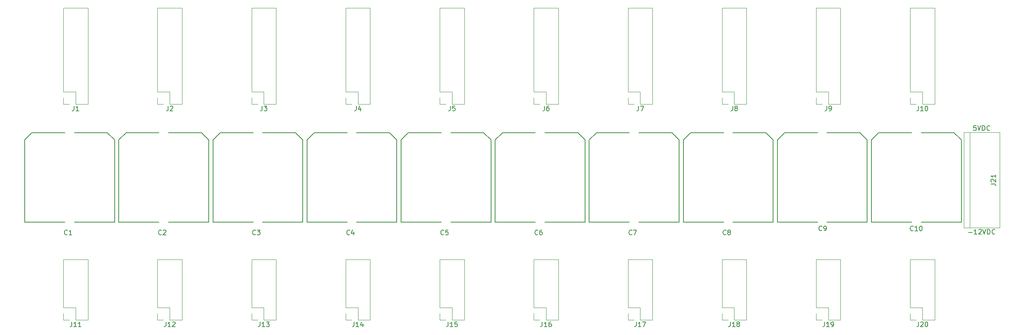
<source format=gbr>
G04 #@! TF.GenerationSoftware,KiCad,Pcbnew,(5.1.5)-3*
G04 #@! TF.CreationDate,2020-11-25T12:51:16-07:00*
G04 #@! TF.ProjectId,Power_Distribution,506f7765-725f-4446-9973-747269627574,rev?*
G04 #@! TF.SameCoordinates,Original*
G04 #@! TF.FileFunction,Legend,Top*
G04 #@! TF.FilePolarity,Positive*
%FSLAX46Y46*%
G04 Gerber Fmt 4.6, Leading zero omitted, Abs format (unit mm)*
G04 Created by KiCad (PCBNEW (5.1.5)-3) date 2020-11-25 12:51:16*
%MOMM*%
%LPD*%
G04 APERTURE LIST*
%ADD10C,0.150000*%
%ADD11C,0.120000*%
G04 APERTURE END LIST*
D10*
X203105095Y-54681428D02*
X203867000Y-54681428D01*
X204867000Y-55062380D02*
X204295571Y-55062380D01*
X204581285Y-55062380D02*
X204581285Y-54062380D01*
X204486047Y-54205238D01*
X204390809Y-54300476D01*
X204295571Y-54348095D01*
X205247952Y-54157619D02*
X205295571Y-54110000D01*
X205390809Y-54062380D01*
X205628904Y-54062380D01*
X205724142Y-54110000D01*
X205771761Y-54157619D01*
X205819380Y-54252857D01*
X205819380Y-54348095D01*
X205771761Y-54490952D01*
X205200333Y-55062380D01*
X205819380Y-55062380D01*
X206105095Y-54062380D02*
X206438428Y-55062380D01*
X206771761Y-54062380D01*
X207105095Y-55062380D02*
X207105095Y-54062380D01*
X207343190Y-54062380D01*
X207486047Y-54110000D01*
X207581285Y-54205238D01*
X207628904Y-54300476D01*
X207676523Y-54490952D01*
X207676523Y-54633809D01*
X207628904Y-54824285D01*
X207581285Y-54919523D01*
X207486047Y-55014761D01*
X207343190Y-55062380D01*
X207105095Y-55062380D01*
X208676523Y-54967142D02*
X208628904Y-55014761D01*
X208486047Y-55062380D01*
X208390809Y-55062380D01*
X208247952Y-55014761D01*
X208152714Y-54919523D01*
X208105095Y-54824285D01*
X208057476Y-54633809D01*
X208057476Y-54490952D01*
X208105095Y-54300476D01*
X208152714Y-54205238D01*
X208247952Y-54110000D01*
X208390809Y-54062380D01*
X208486047Y-54062380D01*
X208628904Y-54110000D01*
X208676523Y-54157619D01*
X204676523Y-31964380D02*
X204200333Y-31964380D01*
X204152714Y-32440571D01*
X204200333Y-32392952D01*
X204295571Y-32345333D01*
X204533666Y-32345333D01*
X204628904Y-32392952D01*
X204676523Y-32440571D01*
X204724142Y-32535809D01*
X204724142Y-32773904D01*
X204676523Y-32869142D01*
X204628904Y-32916761D01*
X204533666Y-32964380D01*
X204295571Y-32964380D01*
X204200333Y-32916761D01*
X204152714Y-32869142D01*
X205009857Y-31964380D02*
X205343190Y-32964380D01*
X205676523Y-31964380D01*
X206009857Y-32964380D02*
X206009857Y-31964380D01*
X206247952Y-31964380D01*
X206390809Y-32012000D01*
X206486047Y-32107238D01*
X206533666Y-32202476D01*
X206581285Y-32392952D01*
X206581285Y-32535809D01*
X206533666Y-32726285D01*
X206486047Y-32821523D01*
X206390809Y-32916761D01*
X206247952Y-32964380D01*
X206009857Y-32964380D01*
X207581285Y-32869142D02*
X207533666Y-32916761D01*
X207390809Y-32964380D01*
X207295571Y-32964380D01*
X207152714Y-32916761D01*
X207057476Y-32821523D01*
X207009857Y-32726285D01*
X206962238Y-32535809D01*
X206962238Y-32392952D01*
X207009857Y-32202476D01*
X207057476Y-32107238D01*
X207152714Y-32012000D01*
X207295571Y-31964380D01*
X207390809Y-31964380D01*
X207533666Y-32012000D01*
X207581285Y-32059619D01*
X33000000Y-52550000D02*
X41550000Y-52550000D01*
X41550000Y-52550000D02*
X41550000Y-35000000D01*
X33000000Y-33450000D02*
X40000000Y-33450000D01*
X40000000Y-33450000D02*
X41550000Y-35000000D01*
X22450000Y-52550000D02*
X22450000Y-35000000D01*
X31000000Y-52550000D02*
X22450000Y-52550000D01*
X22450000Y-35000000D02*
X24000000Y-33450000D01*
X31000000Y-33450000D02*
X24000000Y-33450000D01*
X11000000Y-33450000D02*
X4000000Y-33450000D01*
X2450000Y-35000000D02*
X4000000Y-33450000D01*
X11000000Y-52550000D02*
X2450000Y-52550000D01*
X2450000Y-52550000D02*
X2450000Y-35000000D01*
X20000000Y-33450000D02*
X21550000Y-35000000D01*
X13000000Y-33450000D02*
X20000000Y-33450000D01*
X21550000Y-52550000D02*
X21550000Y-35000000D01*
X13000000Y-52550000D02*
X21550000Y-52550000D01*
X53000000Y-52550000D02*
X61550000Y-52550000D01*
X61550000Y-52550000D02*
X61550000Y-35000000D01*
X53000000Y-33450000D02*
X60000000Y-33450000D01*
X60000000Y-33450000D02*
X61550000Y-35000000D01*
X42450000Y-52550000D02*
X42450000Y-35000000D01*
X51000000Y-52550000D02*
X42450000Y-52550000D01*
X42450000Y-35000000D02*
X44000000Y-33450000D01*
X51000000Y-33450000D02*
X44000000Y-33450000D01*
X73000000Y-52550000D02*
X81550000Y-52550000D01*
X81550000Y-52550000D02*
X81550000Y-35000000D01*
X73000000Y-33450000D02*
X80000000Y-33450000D01*
X80000000Y-33450000D02*
X81550000Y-35000000D01*
X62450000Y-52550000D02*
X62450000Y-35000000D01*
X71000000Y-52550000D02*
X62450000Y-52550000D01*
X62450000Y-35000000D02*
X64000000Y-33450000D01*
X71000000Y-33450000D02*
X64000000Y-33450000D01*
X131000000Y-33450000D02*
X124000000Y-33450000D01*
X122450000Y-35000000D02*
X124000000Y-33450000D01*
X131000000Y-52550000D02*
X122450000Y-52550000D01*
X122450000Y-52550000D02*
X122450000Y-35000000D01*
X140000000Y-33450000D02*
X141550000Y-35000000D01*
X133000000Y-33450000D02*
X140000000Y-33450000D01*
X141550000Y-52550000D02*
X141550000Y-35000000D01*
X133000000Y-52550000D02*
X141550000Y-52550000D01*
X151000000Y-33450000D02*
X144000000Y-33450000D01*
X142450000Y-35000000D02*
X144000000Y-33450000D01*
X151000000Y-52550000D02*
X142450000Y-52550000D01*
X142450000Y-52550000D02*
X142450000Y-35000000D01*
X160000000Y-33450000D02*
X161550000Y-35000000D01*
X153000000Y-33450000D02*
X160000000Y-33450000D01*
X161550000Y-52550000D02*
X161550000Y-35000000D01*
X153000000Y-52550000D02*
X161550000Y-52550000D01*
X93000000Y-52550000D02*
X101550000Y-52550000D01*
X101550000Y-52550000D02*
X101550000Y-35000000D01*
X93000000Y-33450000D02*
X100000000Y-33450000D01*
X100000000Y-33450000D02*
X101550000Y-35000000D01*
X82450000Y-52550000D02*
X82450000Y-35000000D01*
X91000000Y-52550000D02*
X82450000Y-52550000D01*
X82450000Y-35000000D02*
X84000000Y-33450000D01*
X91000000Y-33450000D02*
X84000000Y-33450000D01*
X113000000Y-52550000D02*
X121550000Y-52550000D01*
X121550000Y-52550000D02*
X121550000Y-35000000D01*
X113000000Y-33450000D02*
X120000000Y-33450000D01*
X120000000Y-33450000D02*
X121550000Y-35000000D01*
X102450000Y-52550000D02*
X102450000Y-35000000D01*
X111000000Y-52550000D02*
X102450000Y-52550000D01*
X102450000Y-35000000D02*
X104000000Y-33450000D01*
X111000000Y-33450000D02*
X104000000Y-33450000D01*
X171000000Y-33450000D02*
X164000000Y-33450000D01*
X162450000Y-35000000D02*
X164000000Y-33450000D01*
X171000000Y-52550000D02*
X162450000Y-52550000D01*
X162450000Y-52550000D02*
X162450000Y-35000000D01*
X180000000Y-33450000D02*
X181550000Y-35000000D01*
X173000000Y-33450000D02*
X180000000Y-33450000D01*
X181550000Y-52550000D02*
X181550000Y-35000000D01*
X173000000Y-52550000D02*
X181550000Y-52550000D01*
X191000000Y-33450000D02*
X184000000Y-33450000D01*
X182450000Y-35000000D02*
X184000000Y-33450000D01*
X191000000Y-52550000D02*
X182450000Y-52550000D01*
X182450000Y-52550000D02*
X182450000Y-35000000D01*
X200000000Y-33450000D02*
X201550000Y-35000000D01*
X193000000Y-33450000D02*
X200000000Y-33450000D01*
X201550000Y-52550000D02*
X201550000Y-35000000D01*
X193000000Y-52550000D02*
X201550000Y-52550000D01*
D11*
X10670000Y-27330000D02*
X11940000Y-27330000D01*
X10670000Y-26000000D02*
X10670000Y-27330000D01*
X13270000Y-24730000D02*
X10670000Y-24730000D01*
X13270000Y-27330000D02*
X13270000Y-24730000D01*
X15870000Y-27330000D02*
X13270000Y-27330000D01*
X15870000Y-6890000D02*
X15870000Y-27330000D01*
X10670000Y-6890000D02*
X15870000Y-6890000D01*
X10670000Y-24730000D02*
X10670000Y-6890000D01*
X30670000Y-27330000D02*
X31940000Y-27330000D01*
X30670000Y-26000000D02*
X30670000Y-27330000D01*
X33270000Y-24730000D02*
X30670000Y-24730000D01*
X33270000Y-27330000D02*
X33270000Y-24730000D01*
X35870000Y-27330000D02*
X33270000Y-27330000D01*
X35870000Y-6890000D02*
X35870000Y-27330000D01*
X30670000Y-6890000D02*
X35870000Y-6890000D01*
X30670000Y-24730000D02*
X30670000Y-6890000D01*
X50670000Y-24730000D02*
X50670000Y-6890000D01*
X50670000Y-6890000D02*
X55870000Y-6890000D01*
X55870000Y-6890000D02*
X55870000Y-27330000D01*
X55870000Y-27330000D02*
X53270000Y-27330000D01*
X53270000Y-27330000D02*
X53270000Y-24730000D01*
X53270000Y-24730000D02*
X50670000Y-24730000D01*
X50670000Y-26000000D02*
X50670000Y-27330000D01*
X50670000Y-27330000D02*
X51940000Y-27330000D01*
X70670000Y-27330000D02*
X71940000Y-27330000D01*
X70670000Y-26000000D02*
X70670000Y-27330000D01*
X73270000Y-24730000D02*
X70670000Y-24730000D01*
X73270000Y-27330000D02*
X73270000Y-24730000D01*
X75870000Y-27330000D02*
X73270000Y-27330000D01*
X75870000Y-6890000D02*
X75870000Y-27330000D01*
X70670000Y-6890000D02*
X75870000Y-6890000D01*
X70670000Y-24730000D02*
X70670000Y-6890000D01*
X90670000Y-24730000D02*
X90670000Y-6890000D01*
X90670000Y-6890000D02*
X95870000Y-6890000D01*
X95870000Y-6890000D02*
X95870000Y-27330000D01*
X95870000Y-27330000D02*
X93270000Y-27330000D01*
X93270000Y-27330000D02*
X93270000Y-24730000D01*
X93270000Y-24730000D02*
X90670000Y-24730000D01*
X90670000Y-26000000D02*
X90670000Y-27330000D01*
X90670000Y-27330000D02*
X91940000Y-27330000D01*
X110670000Y-24730000D02*
X110670000Y-6890000D01*
X110670000Y-6890000D02*
X115870000Y-6890000D01*
X115870000Y-6890000D02*
X115870000Y-27330000D01*
X115870000Y-27330000D02*
X113270000Y-27330000D01*
X113270000Y-27330000D02*
X113270000Y-24730000D01*
X113270000Y-24730000D02*
X110670000Y-24730000D01*
X110670000Y-26000000D02*
X110670000Y-27330000D01*
X110670000Y-27330000D02*
X111940000Y-27330000D01*
X130670000Y-27330000D02*
X131940000Y-27330000D01*
X130670000Y-26000000D02*
X130670000Y-27330000D01*
X133270000Y-24730000D02*
X130670000Y-24730000D01*
X133270000Y-27330000D02*
X133270000Y-24730000D01*
X135870000Y-27330000D02*
X133270000Y-27330000D01*
X135870000Y-6890000D02*
X135870000Y-27330000D01*
X130670000Y-6890000D02*
X135870000Y-6890000D01*
X130670000Y-24730000D02*
X130670000Y-6890000D01*
X150670000Y-24730000D02*
X150670000Y-6890000D01*
X150670000Y-6890000D02*
X155870000Y-6890000D01*
X155870000Y-6890000D02*
X155870000Y-27330000D01*
X155870000Y-27330000D02*
X153270000Y-27330000D01*
X153270000Y-27330000D02*
X153270000Y-24730000D01*
X153270000Y-24730000D02*
X150670000Y-24730000D01*
X150670000Y-26000000D02*
X150670000Y-27330000D01*
X150670000Y-27330000D02*
X151940000Y-27330000D01*
X170670000Y-27330000D02*
X171940000Y-27330000D01*
X170670000Y-26000000D02*
X170670000Y-27330000D01*
X173270000Y-24730000D02*
X170670000Y-24730000D01*
X173270000Y-27330000D02*
X173270000Y-24730000D01*
X175870000Y-27330000D02*
X173270000Y-27330000D01*
X175870000Y-6890000D02*
X175870000Y-27330000D01*
X170670000Y-6890000D02*
X175870000Y-6890000D01*
X170670000Y-24730000D02*
X170670000Y-6890000D01*
X190670000Y-24730000D02*
X190670000Y-6890000D01*
X190670000Y-6890000D02*
X195870000Y-6890000D01*
X195870000Y-6890000D02*
X195870000Y-27330000D01*
X195870000Y-27330000D02*
X193270000Y-27330000D01*
X193270000Y-27330000D02*
X193270000Y-24730000D01*
X193270000Y-24730000D02*
X190670000Y-24730000D01*
X190670000Y-26000000D02*
X190670000Y-27330000D01*
X190670000Y-27330000D02*
X191940000Y-27330000D01*
X10670000Y-70730000D02*
X10670000Y-60510000D01*
X10670000Y-60510000D02*
X15870000Y-60510000D01*
X15870000Y-60510000D02*
X15870000Y-73330000D01*
X15870000Y-73330000D02*
X13270000Y-73330000D01*
X13270000Y-73330000D02*
X13270000Y-70730000D01*
X13270000Y-70730000D02*
X10670000Y-70730000D01*
X10670000Y-72000000D02*
X10670000Y-73330000D01*
X10670000Y-73330000D02*
X11940000Y-73330000D01*
X30670000Y-73330000D02*
X31940000Y-73330000D01*
X30670000Y-72000000D02*
X30670000Y-73330000D01*
X33270000Y-70730000D02*
X30670000Y-70730000D01*
X33270000Y-73330000D02*
X33270000Y-70730000D01*
X35870000Y-73330000D02*
X33270000Y-73330000D01*
X35870000Y-60510000D02*
X35870000Y-73330000D01*
X30670000Y-60510000D02*
X35870000Y-60510000D01*
X30670000Y-70730000D02*
X30670000Y-60510000D01*
X50670000Y-70730000D02*
X50670000Y-60510000D01*
X50670000Y-60510000D02*
X55870000Y-60510000D01*
X55870000Y-60510000D02*
X55870000Y-73330000D01*
X55870000Y-73330000D02*
X53270000Y-73330000D01*
X53270000Y-73330000D02*
X53270000Y-70730000D01*
X53270000Y-70730000D02*
X50670000Y-70730000D01*
X50670000Y-72000000D02*
X50670000Y-73330000D01*
X50670000Y-73330000D02*
X51940000Y-73330000D01*
X70670000Y-73330000D02*
X71940000Y-73330000D01*
X70670000Y-72000000D02*
X70670000Y-73330000D01*
X73270000Y-70730000D02*
X70670000Y-70730000D01*
X73270000Y-73330000D02*
X73270000Y-70730000D01*
X75870000Y-73330000D02*
X73270000Y-73330000D01*
X75870000Y-60510000D02*
X75870000Y-73330000D01*
X70670000Y-60510000D02*
X75870000Y-60510000D01*
X70670000Y-70730000D02*
X70670000Y-60510000D01*
X90670000Y-73330000D02*
X91940000Y-73330000D01*
X90670000Y-72000000D02*
X90670000Y-73330000D01*
X93270000Y-70730000D02*
X90670000Y-70730000D01*
X93270000Y-73330000D02*
X93270000Y-70730000D01*
X95870000Y-73330000D02*
X93270000Y-73330000D01*
X95870000Y-60510000D02*
X95870000Y-73330000D01*
X90670000Y-60510000D02*
X95870000Y-60510000D01*
X90670000Y-70730000D02*
X90670000Y-60510000D01*
X110670000Y-73330000D02*
X111940000Y-73330000D01*
X110670000Y-72000000D02*
X110670000Y-73330000D01*
X113270000Y-70730000D02*
X110670000Y-70730000D01*
X113270000Y-73330000D02*
X113270000Y-70730000D01*
X115870000Y-73330000D02*
X113270000Y-73330000D01*
X115870000Y-60510000D02*
X115870000Y-73330000D01*
X110670000Y-60510000D02*
X115870000Y-60510000D01*
X110670000Y-70730000D02*
X110670000Y-60510000D01*
X130670000Y-70730000D02*
X130670000Y-60510000D01*
X130670000Y-60510000D02*
X135870000Y-60510000D01*
X135870000Y-60510000D02*
X135870000Y-73330000D01*
X135870000Y-73330000D02*
X133270000Y-73330000D01*
X133270000Y-73330000D02*
X133270000Y-70730000D01*
X133270000Y-70730000D02*
X130670000Y-70730000D01*
X130670000Y-72000000D02*
X130670000Y-73330000D01*
X130670000Y-73330000D02*
X131940000Y-73330000D01*
X150670000Y-70730000D02*
X150670000Y-60510000D01*
X150670000Y-60510000D02*
X155870000Y-60510000D01*
X155870000Y-60510000D02*
X155870000Y-73330000D01*
X155870000Y-73330000D02*
X153270000Y-73330000D01*
X153270000Y-73330000D02*
X153270000Y-70730000D01*
X153270000Y-70730000D02*
X150670000Y-70730000D01*
X150670000Y-72000000D02*
X150670000Y-73330000D01*
X150670000Y-73330000D02*
X151940000Y-73330000D01*
X170670000Y-73330000D02*
X171940000Y-73330000D01*
X170670000Y-72000000D02*
X170670000Y-73330000D01*
X173270000Y-70730000D02*
X170670000Y-70730000D01*
X173270000Y-73330000D02*
X173270000Y-70730000D01*
X175870000Y-73330000D02*
X173270000Y-73330000D01*
X175870000Y-60510000D02*
X175870000Y-73330000D01*
X170670000Y-60510000D02*
X175870000Y-60510000D01*
X170670000Y-70730000D02*
X170670000Y-60510000D01*
X190670000Y-70730000D02*
X190670000Y-60510000D01*
X190670000Y-60510000D02*
X195870000Y-60510000D01*
X195870000Y-60510000D02*
X195870000Y-73330000D01*
X195870000Y-73330000D02*
X193270000Y-73330000D01*
X193270000Y-73330000D02*
X193270000Y-70730000D01*
X193270000Y-70730000D02*
X190670000Y-70730000D01*
X190670000Y-72000000D02*
X190670000Y-73330000D01*
X190670000Y-73330000D02*
X191940000Y-73330000D01*
X202057000Y-33401000D02*
X202057000Y-53721000D01*
X209677000Y-33401000D02*
X209677000Y-53721000D01*
X203327000Y-53721000D02*
X203327000Y-33401000D01*
X202057000Y-53721000D02*
X209677000Y-53721000D01*
X209677000Y-33401000D02*
X202057000Y-33401000D01*
D10*
X31515833Y-55104642D02*
X31468214Y-55152261D01*
X31325357Y-55199880D01*
X31230119Y-55199880D01*
X31087261Y-55152261D01*
X30992023Y-55057023D01*
X30944404Y-54961785D01*
X30896785Y-54771309D01*
X30896785Y-54628452D01*
X30944404Y-54437976D01*
X30992023Y-54342738D01*
X31087261Y-54247500D01*
X31230119Y-54199880D01*
X31325357Y-54199880D01*
X31468214Y-54247500D01*
X31515833Y-54295119D01*
X31896785Y-54295119D02*
X31944404Y-54247500D01*
X32039642Y-54199880D01*
X32277738Y-54199880D01*
X32372976Y-54247500D01*
X32420595Y-54295119D01*
X32468214Y-54390357D01*
X32468214Y-54485595D01*
X32420595Y-54628452D01*
X31849166Y-55199880D01*
X32468214Y-55199880D01*
X11515833Y-55104642D02*
X11468214Y-55152261D01*
X11325357Y-55199880D01*
X11230119Y-55199880D01*
X11087261Y-55152261D01*
X10992023Y-55057023D01*
X10944404Y-54961785D01*
X10896785Y-54771309D01*
X10896785Y-54628452D01*
X10944404Y-54437976D01*
X10992023Y-54342738D01*
X11087261Y-54247500D01*
X11230119Y-54199880D01*
X11325357Y-54199880D01*
X11468214Y-54247500D01*
X11515833Y-54295119D01*
X12468214Y-55199880D02*
X11896785Y-55199880D01*
X12182500Y-55199880D02*
X12182500Y-54199880D01*
X12087261Y-54342738D01*
X11992023Y-54437976D01*
X11896785Y-54485595D01*
X51515833Y-55104642D02*
X51468214Y-55152261D01*
X51325357Y-55199880D01*
X51230119Y-55199880D01*
X51087261Y-55152261D01*
X50992023Y-55057023D01*
X50944404Y-54961785D01*
X50896785Y-54771309D01*
X50896785Y-54628452D01*
X50944404Y-54437976D01*
X50992023Y-54342738D01*
X51087261Y-54247500D01*
X51230119Y-54199880D01*
X51325357Y-54199880D01*
X51468214Y-54247500D01*
X51515833Y-54295119D01*
X51849166Y-54199880D02*
X52468214Y-54199880D01*
X52134880Y-54580833D01*
X52277738Y-54580833D01*
X52372976Y-54628452D01*
X52420595Y-54676071D01*
X52468214Y-54771309D01*
X52468214Y-55009404D01*
X52420595Y-55104642D01*
X52372976Y-55152261D01*
X52277738Y-55199880D01*
X51992023Y-55199880D01*
X51896785Y-55152261D01*
X51849166Y-55104642D01*
X71515833Y-55104642D02*
X71468214Y-55152261D01*
X71325357Y-55199880D01*
X71230119Y-55199880D01*
X71087261Y-55152261D01*
X70992023Y-55057023D01*
X70944404Y-54961785D01*
X70896785Y-54771309D01*
X70896785Y-54628452D01*
X70944404Y-54437976D01*
X70992023Y-54342738D01*
X71087261Y-54247500D01*
X71230119Y-54199880D01*
X71325357Y-54199880D01*
X71468214Y-54247500D01*
X71515833Y-54295119D01*
X72372976Y-54533214D02*
X72372976Y-55199880D01*
X72134880Y-54152261D02*
X71896785Y-54866547D01*
X72515833Y-54866547D01*
X131515833Y-55104642D02*
X131468214Y-55152261D01*
X131325357Y-55199880D01*
X131230119Y-55199880D01*
X131087261Y-55152261D01*
X130992023Y-55057023D01*
X130944404Y-54961785D01*
X130896785Y-54771309D01*
X130896785Y-54628452D01*
X130944404Y-54437976D01*
X130992023Y-54342738D01*
X131087261Y-54247500D01*
X131230119Y-54199880D01*
X131325357Y-54199880D01*
X131468214Y-54247500D01*
X131515833Y-54295119D01*
X131849166Y-54199880D02*
X132515833Y-54199880D01*
X132087261Y-55199880D01*
X151515833Y-55104642D02*
X151468214Y-55152261D01*
X151325357Y-55199880D01*
X151230119Y-55199880D01*
X151087261Y-55152261D01*
X150992023Y-55057023D01*
X150944404Y-54961785D01*
X150896785Y-54771309D01*
X150896785Y-54628452D01*
X150944404Y-54437976D01*
X150992023Y-54342738D01*
X151087261Y-54247500D01*
X151230119Y-54199880D01*
X151325357Y-54199880D01*
X151468214Y-54247500D01*
X151515833Y-54295119D01*
X152087261Y-54628452D02*
X151992023Y-54580833D01*
X151944404Y-54533214D01*
X151896785Y-54437976D01*
X151896785Y-54390357D01*
X151944404Y-54295119D01*
X151992023Y-54247500D01*
X152087261Y-54199880D01*
X152277738Y-54199880D01*
X152372976Y-54247500D01*
X152420595Y-54295119D01*
X152468214Y-54390357D01*
X152468214Y-54437976D01*
X152420595Y-54533214D01*
X152372976Y-54580833D01*
X152277738Y-54628452D01*
X152087261Y-54628452D01*
X151992023Y-54676071D01*
X151944404Y-54723690D01*
X151896785Y-54818928D01*
X151896785Y-55009404D01*
X151944404Y-55104642D01*
X151992023Y-55152261D01*
X152087261Y-55199880D01*
X152277738Y-55199880D01*
X152372976Y-55152261D01*
X152420595Y-55104642D01*
X152468214Y-55009404D01*
X152468214Y-54818928D01*
X152420595Y-54723690D01*
X152372976Y-54676071D01*
X152277738Y-54628452D01*
X91515833Y-55104642D02*
X91468214Y-55152261D01*
X91325357Y-55199880D01*
X91230119Y-55199880D01*
X91087261Y-55152261D01*
X90992023Y-55057023D01*
X90944404Y-54961785D01*
X90896785Y-54771309D01*
X90896785Y-54628452D01*
X90944404Y-54437976D01*
X90992023Y-54342738D01*
X91087261Y-54247500D01*
X91230119Y-54199880D01*
X91325357Y-54199880D01*
X91468214Y-54247500D01*
X91515833Y-54295119D01*
X92420595Y-54199880D02*
X91944404Y-54199880D01*
X91896785Y-54676071D01*
X91944404Y-54628452D01*
X92039642Y-54580833D01*
X92277738Y-54580833D01*
X92372976Y-54628452D01*
X92420595Y-54676071D01*
X92468214Y-54771309D01*
X92468214Y-55009404D01*
X92420595Y-55104642D01*
X92372976Y-55152261D01*
X92277738Y-55199880D01*
X92039642Y-55199880D01*
X91944404Y-55152261D01*
X91896785Y-55104642D01*
X111515833Y-55104642D02*
X111468214Y-55152261D01*
X111325357Y-55199880D01*
X111230119Y-55199880D01*
X111087261Y-55152261D01*
X110992023Y-55057023D01*
X110944404Y-54961785D01*
X110896785Y-54771309D01*
X110896785Y-54628452D01*
X110944404Y-54437976D01*
X110992023Y-54342738D01*
X111087261Y-54247500D01*
X111230119Y-54199880D01*
X111325357Y-54199880D01*
X111468214Y-54247500D01*
X111515833Y-54295119D01*
X112372976Y-54199880D02*
X112182500Y-54199880D01*
X112087261Y-54247500D01*
X112039642Y-54295119D01*
X111944404Y-54437976D01*
X111896785Y-54628452D01*
X111896785Y-55009404D01*
X111944404Y-55104642D01*
X111992023Y-55152261D01*
X112087261Y-55199880D01*
X112277738Y-55199880D01*
X112372976Y-55152261D01*
X112420595Y-55104642D01*
X112468214Y-55009404D01*
X112468214Y-54771309D01*
X112420595Y-54676071D01*
X112372976Y-54628452D01*
X112277738Y-54580833D01*
X112087261Y-54580833D01*
X111992023Y-54628452D01*
X111944404Y-54676071D01*
X111896785Y-54771309D01*
X171903413Y-54234222D02*
X171855794Y-54281841D01*
X171712937Y-54329460D01*
X171617699Y-54329460D01*
X171474841Y-54281841D01*
X171379603Y-54186603D01*
X171331984Y-54091365D01*
X171284365Y-53900889D01*
X171284365Y-53758032D01*
X171331984Y-53567556D01*
X171379603Y-53472318D01*
X171474841Y-53377080D01*
X171617699Y-53329460D01*
X171712937Y-53329460D01*
X171855794Y-53377080D01*
X171903413Y-53424699D01*
X172379603Y-54329460D02*
X172570080Y-54329460D01*
X172665318Y-54281841D01*
X172712937Y-54234222D01*
X172808175Y-54091365D01*
X172855794Y-53900889D01*
X172855794Y-53519937D01*
X172808175Y-53424699D01*
X172760556Y-53377080D01*
X172665318Y-53329460D01*
X172474841Y-53329460D01*
X172379603Y-53377080D01*
X172331984Y-53424699D01*
X172284365Y-53519937D01*
X172284365Y-53758032D01*
X172331984Y-53853270D01*
X172379603Y-53900889D01*
X172474841Y-53948508D01*
X172665318Y-53948508D01*
X172760556Y-53900889D01*
X172808175Y-53853270D01*
X172855794Y-53758032D01*
X191308582Y-54239302D02*
X191260963Y-54286921D01*
X191118106Y-54334540D01*
X191022868Y-54334540D01*
X190880011Y-54286921D01*
X190784773Y-54191683D01*
X190737154Y-54096445D01*
X190689535Y-53905969D01*
X190689535Y-53763112D01*
X190737154Y-53572636D01*
X190784773Y-53477398D01*
X190880011Y-53382160D01*
X191022868Y-53334540D01*
X191118106Y-53334540D01*
X191260963Y-53382160D01*
X191308582Y-53429779D01*
X192260963Y-54334540D02*
X191689535Y-54334540D01*
X191975249Y-54334540D02*
X191975249Y-53334540D01*
X191880011Y-53477398D01*
X191784773Y-53572636D01*
X191689535Y-53620255D01*
X192880011Y-53334540D02*
X192975249Y-53334540D01*
X193070487Y-53382160D01*
X193118106Y-53429779D01*
X193165725Y-53525017D01*
X193213344Y-53715493D01*
X193213344Y-53953588D01*
X193165725Y-54144064D01*
X193118106Y-54239302D01*
X193070487Y-54286921D01*
X192975249Y-54334540D01*
X192880011Y-54334540D01*
X192784773Y-54286921D01*
X192737154Y-54239302D01*
X192689535Y-54144064D01*
X192641916Y-53953588D01*
X192641916Y-53715493D01*
X192689535Y-53525017D01*
X192737154Y-53429779D01*
X192784773Y-53382160D01*
X192880011Y-53334540D01*
X12936666Y-27782380D02*
X12936666Y-28496666D01*
X12889047Y-28639523D01*
X12793809Y-28734761D01*
X12650952Y-28782380D01*
X12555714Y-28782380D01*
X13936666Y-28782380D02*
X13365238Y-28782380D01*
X13650952Y-28782380D02*
X13650952Y-27782380D01*
X13555714Y-27925238D01*
X13460476Y-28020476D01*
X13365238Y-28068095D01*
X32936666Y-27782380D02*
X32936666Y-28496666D01*
X32889047Y-28639523D01*
X32793809Y-28734761D01*
X32650952Y-28782380D01*
X32555714Y-28782380D01*
X33365238Y-27877619D02*
X33412857Y-27830000D01*
X33508095Y-27782380D01*
X33746190Y-27782380D01*
X33841428Y-27830000D01*
X33889047Y-27877619D01*
X33936666Y-27972857D01*
X33936666Y-28068095D01*
X33889047Y-28210952D01*
X33317619Y-28782380D01*
X33936666Y-28782380D01*
X52936666Y-27782380D02*
X52936666Y-28496666D01*
X52889047Y-28639523D01*
X52793809Y-28734761D01*
X52650952Y-28782380D01*
X52555714Y-28782380D01*
X53317619Y-27782380D02*
X53936666Y-27782380D01*
X53603333Y-28163333D01*
X53746190Y-28163333D01*
X53841428Y-28210952D01*
X53889047Y-28258571D01*
X53936666Y-28353809D01*
X53936666Y-28591904D01*
X53889047Y-28687142D01*
X53841428Y-28734761D01*
X53746190Y-28782380D01*
X53460476Y-28782380D01*
X53365238Y-28734761D01*
X53317619Y-28687142D01*
X72936666Y-27782380D02*
X72936666Y-28496666D01*
X72889047Y-28639523D01*
X72793809Y-28734761D01*
X72650952Y-28782380D01*
X72555714Y-28782380D01*
X73841428Y-28115714D02*
X73841428Y-28782380D01*
X73603333Y-27734761D02*
X73365238Y-28449047D01*
X73984285Y-28449047D01*
X92936666Y-27782380D02*
X92936666Y-28496666D01*
X92889047Y-28639523D01*
X92793809Y-28734761D01*
X92650952Y-28782380D01*
X92555714Y-28782380D01*
X93889047Y-27782380D02*
X93412857Y-27782380D01*
X93365238Y-28258571D01*
X93412857Y-28210952D01*
X93508095Y-28163333D01*
X93746190Y-28163333D01*
X93841428Y-28210952D01*
X93889047Y-28258571D01*
X93936666Y-28353809D01*
X93936666Y-28591904D01*
X93889047Y-28687142D01*
X93841428Y-28734761D01*
X93746190Y-28782380D01*
X93508095Y-28782380D01*
X93412857Y-28734761D01*
X93365238Y-28687142D01*
X112936666Y-27782380D02*
X112936666Y-28496666D01*
X112889047Y-28639523D01*
X112793809Y-28734761D01*
X112650952Y-28782380D01*
X112555714Y-28782380D01*
X113841428Y-27782380D02*
X113650952Y-27782380D01*
X113555714Y-27830000D01*
X113508095Y-27877619D01*
X113412857Y-28020476D01*
X113365238Y-28210952D01*
X113365238Y-28591904D01*
X113412857Y-28687142D01*
X113460476Y-28734761D01*
X113555714Y-28782380D01*
X113746190Y-28782380D01*
X113841428Y-28734761D01*
X113889047Y-28687142D01*
X113936666Y-28591904D01*
X113936666Y-28353809D01*
X113889047Y-28258571D01*
X113841428Y-28210952D01*
X113746190Y-28163333D01*
X113555714Y-28163333D01*
X113460476Y-28210952D01*
X113412857Y-28258571D01*
X113365238Y-28353809D01*
X132936666Y-27782380D02*
X132936666Y-28496666D01*
X132889047Y-28639523D01*
X132793809Y-28734761D01*
X132650952Y-28782380D01*
X132555714Y-28782380D01*
X133317619Y-27782380D02*
X133984285Y-27782380D01*
X133555714Y-28782380D01*
X152936666Y-27782380D02*
X152936666Y-28496666D01*
X152889047Y-28639523D01*
X152793809Y-28734761D01*
X152650952Y-28782380D01*
X152555714Y-28782380D01*
X153555714Y-28210952D02*
X153460476Y-28163333D01*
X153412857Y-28115714D01*
X153365238Y-28020476D01*
X153365238Y-27972857D01*
X153412857Y-27877619D01*
X153460476Y-27830000D01*
X153555714Y-27782380D01*
X153746190Y-27782380D01*
X153841428Y-27830000D01*
X153889047Y-27877619D01*
X153936666Y-27972857D01*
X153936666Y-28020476D01*
X153889047Y-28115714D01*
X153841428Y-28163333D01*
X153746190Y-28210952D01*
X153555714Y-28210952D01*
X153460476Y-28258571D01*
X153412857Y-28306190D01*
X153365238Y-28401428D01*
X153365238Y-28591904D01*
X153412857Y-28687142D01*
X153460476Y-28734761D01*
X153555714Y-28782380D01*
X153746190Y-28782380D01*
X153841428Y-28734761D01*
X153889047Y-28687142D01*
X153936666Y-28591904D01*
X153936666Y-28401428D01*
X153889047Y-28306190D01*
X153841428Y-28258571D01*
X153746190Y-28210952D01*
X172936666Y-27782380D02*
X172936666Y-28496666D01*
X172889047Y-28639523D01*
X172793809Y-28734761D01*
X172650952Y-28782380D01*
X172555714Y-28782380D01*
X173460476Y-28782380D02*
X173650952Y-28782380D01*
X173746190Y-28734761D01*
X173793809Y-28687142D01*
X173889047Y-28544285D01*
X173936666Y-28353809D01*
X173936666Y-27972857D01*
X173889047Y-27877619D01*
X173841428Y-27830000D01*
X173746190Y-27782380D01*
X173555714Y-27782380D01*
X173460476Y-27830000D01*
X173412857Y-27877619D01*
X173365238Y-27972857D01*
X173365238Y-28210952D01*
X173412857Y-28306190D01*
X173460476Y-28353809D01*
X173555714Y-28401428D01*
X173746190Y-28401428D01*
X173841428Y-28353809D01*
X173889047Y-28306190D01*
X173936666Y-28210952D01*
X192460476Y-27782380D02*
X192460476Y-28496666D01*
X192412857Y-28639523D01*
X192317619Y-28734761D01*
X192174761Y-28782380D01*
X192079523Y-28782380D01*
X193460476Y-28782380D02*
X192889047Y-28782380D01*
X193174761Y-28782380D02*
X193174761Y-27782380D01*
X193079523Y-27925238D01*
X192984285Y-28020476D01*
X192889047Y-28068095D01*
X194079523Y-27782380D02*
X194174761Y-27782380D01*
X194270000Y-27830000D01*
X194317619Y-27877619D01*
X194365238Y-27972857D01*
X194412857Y-28163333D01*
X194412857Y-28401428D01*
X194365238Y-28591904D01*
X194317619Y-28687142D01*
X194270000Y-28734761D01*
X194174761Y-28782380D01*
X194079523Y-28782380D01*
X193984285Y-28734761D01*
X193936666Y-28687142D01*
X193889047Y-28591904D01*
X193841428Y-28401428D01*
X193841428Y-28163333D01*
X193889047Y-27972857D01*
X193936666Y-27877619D01*
X193984285Y-27830000D01*
X194079523Y-27782380D01*
X12460476Y-73782380D02*
X12460476Y-74496666D01*
X12412857Y-74639523D01*
X12317619Y-74734761D01*
X12174761Y-74782380D01*
X12079523Y-74782380D01*
X13460476Y-74782380D02*
X12889047Y-74782380D01*
X13174761Y-74782380D02*
X13174761Y-73782380D01*
X13079523Y-73925238D01*
X12984285Y-74020476D01*
X12889047Y-74068095D01*
X14412857Y-74782380D02*
X13841428Y-74782380D01*
X14127142Y-74782380D02*
X14127142Y-73782380D01*
X14031904Y-73925238D01*
X13936666Y-74020476D01*
X13841428Y-74068095D01*
X32460476Y-73782380D02*
X32460476Y-74496666D01*
X32412857Y-74639523D01*
X32317619Y-74734761D01*
X32174761Y-74782380D01*
X32079523Y-74782380D01*
X33460476Y-74782380D02*
X32889047Y-74782380D01*
X33174761Y-74782380D02*
X33174761Y-73782380D01*
X33079523Y-73925238D01*
X32984285Y-74020476D01*
X32889047Y-74068095D01*
X33841428Y-73877619D02*
X33889047Y-73830000D01*
X33984285Y-73782380D01*
X34222380Y-73782380D01*
X34317619Y-73830000D01*
X34365238Y-73877619D01*
X34412857Y-73972857D01*
X34412857Y-74068095D01*
X34365238Y-74210952D01*
X33793809Y-74782380D01*
X34412857Y-74782380D01*
X52460476Y-73782380D02*
X52460476Y-74496666D01*
X52412857Y-74639523D01*
X52317619Y-74734761D01*
X52174761Y-74782380D01*
X52079523Y-74782380D01*
X53460476Y-74782380D02*
X52889047Y-74782380D01*
X53174761Y-74782380D02*
X53174761Y-73782380D01*
X53079523Y-73925238D01*
X52984285Y-74020476D01*
X52889047Y-74068095D01*
X53793809Y-73782380D02*
X54412857Y-73782380D01*
X54079523Y-74163333D01*
X54222380Y-74163333D01*
X54317619Y-74210952D01*
X54365238Y-74258571D01*
X54412857Y-74353809D01*
X54412857Y-74591904D01*
X54365238Y-74687142D01*
X54317619Y-74734761D01*
X54222380Y-74782380D01*
X53936666Y-74782380D01*
X53841428Y-74734761D01*
X53793809Y-74687142D01*
X72460476Y-73782380D02*
X72460476Y-74496666D01*
X72412857Y-74639523D01*
X72317619Y-74734761D01*
X72174761Y-74782380D01*
X72079523Y-74782380D01*
X73460476Y-74782380D02*
X72889047Y-74782380D01*
X73174761Y-74782380D02*
X73174761Y-73782380D01*
X73079523Y-73925238D01*
X72984285Y-74020476D01*
X72889047Y-74068095D01*
X74317619Y-74115714D02*
X74317619Y-74782380D01*
X74079523Y-73734761D02*
X73841428Y-74449047D01*
X74460476Y-74449047D01*
X92460476Y-73782380D02*
X92460476Y-74496666D01*
X92412857Y-74639523D01*
X92317619Y-74734761D01*
X92174761Y-74782380D01*
X92079523Y-74782380D01*
X93460476Y-74782380D02*
X92889047Y-74782380D01*
X93174761Y-74782380D02*
X93174761Y-73782380D01*
X93079523Y-73925238D01*
X92984285Y-74020476D01*
X92889047Y-74068095D01*
X94365238Y-73782380D02*
X93889047Y-73782380D01*
X93841428Y-74258571D01*
X93889047Y-74210952D01*
X93984285Y-74163333D01*
X94222380Y-74163333D01*
X94317619Y-74210952D01*
X94365238Y-74258571D01*
X94412857Y-74353809D01*
X94412857Y-74591904D01*
X94365238Y-74687142D01*
X94317619Y-74734761D01*
X94222380Y-74782380D01*
X93984285Y-74782380D01*
X93889047Y-74734761D01*
X93841428Y-74687142D01*
X112460476Y-73782380D02*
X112460476Y-74496666D01*
X112412857Y-74639523D01*
X112317619Y-74734761D01*
X112174761Y-74782380D01*
X112079523Y-74782380D01*
X113460476Y-74782380D02*
X112889047Y-74782380D01*
X113174761Y-74782380D02*
X113174761Y-73782380D01*
X113079523Y-73925238D01*
X112984285Y-74020476D01*
X112889047Y-74068095D01*
X114317619Y-73782380D02*
X114127142Y-73782380D01*
X114031904Y-73830000D01*
X113984285Y-73877619D01*
X113889047Y-74020476D01*
X113841428Y-74210952D01*
X113841428Y-74591904D01*
X113889047Y-74687142D01*
X113936666Y-74734761D01*
X114031904Y-74782380D01*
X114222380Y-74782380D01*
X114317619Y-74734761D01*
X114365238Y-74687142D01*
X114412857Y-74591904D01*
X114412857Y-74353809D01*
X114365238Y-74258571D01*
X114317619Y-74210952D01*
X114222380Y-74163333D01*
X114031904Y-74163333D01*
X113936666Y-74210952D01*
X113889047Y-74258571D01*
X113841428Y-74353809D01*
X132460476Y-73782380D02*
X132460476Y-74496666D01*
X132412857Y-74639523D01*
X132317619Y-74734761D01*
X132174761Y-74782380D01*
X132079523Y-74782380D01*
X133460476Y-74782380D02*
X132889047Y-74782380D01*
X133174761Y-74782380D02*
X133174761Y-73782380D01*
X133079523Y-73925238D01*
X132984285Y-74020476D01*
X132889047Y-74068095D01*
X133793809Y-73782380D02*
X134460476Y-73782380D01*
X134031904Y-74782380D01*
X152460476Y-73782380D02*
X152460476Y-74496666D01*
X152412857Y-74639523D01*
X152317619Y-74734761D01*
X152174761Y-74782380D01*
X152079523Y-74782380D01*
X153460476Y-74782380D02*
X152889047Y-74782380D01*
X153174761Y-74782380D02*
X153174761Y-73782380D01*
X153079523Y-73925238D01*
X152984285Y-74020476D01*
X152889047Y-74068095D01*
X154031904Y-74210952D02*
X153936666Y-74163333D01*
X153889047Y-74115714D01*
X153841428Y-74020476D01*
X153841428Y-73972857D01*
X153889047Y-73877619D01*
X153936666Y-73830000D01*
X154031904Y-73782380D01*
X154222380Y-73782380D01*
X154317619Y-73830000D01*
X154365238Y-73877619D01*
X154412857Y-73972857D01*
X154412857Y-74020476D01*
X154365238Y-74115714D01*
X154317619Y-74163333D01*
X154222380Y-74210952D01*
X154031904Y-74210952D01*
X153936666Y-74258571D01*
X153889047Y-74306190D01*
X153841428Y-74401428D01*
X153841428Y-74591904D01*
X153889047Y-74687142D01*
X153936666Y-74734761D01*
X154031904Y-74782380D01*
X154222380Y-74782380D01*
X154317619Y-74734761D01*
X154365238Y-74687142D01*
X154412857Y-74591904D01*
X154412857Y-74401428D01*
X154365238Y-74306190D01*
X154317619Y-74258571D01*
X154222380Y-74210952D01*
X172460476Y-73782380D02*
X172460476Y-74496666D01*
X172412857Y-74639523D01*
X172317619Y-74734761D01*
X172174761Y-74782380D01*
X172079523Y-74782380D01*
X173460476Y-74782380D02*
X172889047Y-74782380D01*
X173174761Y-74782380D02*
X173174761Y-73782380D01*
X173079523Y-73925238D01*
X172984285Y-74020476D01*
X172889047Y-74068095D01*
X173936666Y-74782380D02*
X174127142Y-74782380D01*
X174222380Y-74734761D01*
X174270000Y-74687142D01*
X174365238Y-74544285D01*
X174412857Y-74353809D01*
X174412857Y-73972857D01*
X174365238Y-73877619D01*
X174317619Y-73830000D01*
X174222380Y-73782380D01*
X174031904Y-73782380D01*
X173936666Y-73830000D01*
X173889047Y-73877619D01*
X173841428Y-73972857D01*
X173841428Y-74210952D01*
X173889047Y-74306190D01*
X173936666Y-74353809D01*
X174031904Y-74401428D01*
X174222380Y-74401428D01*
X174317619Y-74353809D01*
X174365238Y-74306190D01*
X174412857Y-74210952D01*
X192460476Y-73782380D02*
X192460476Y-74496666D01*
X192412857Y-74639523D01*
X192317619Y-74734761D01*
X192174761Y-74782380D01*
X192079523Y-74782380D01*
X192889047Y-73877619D02*
X192936666Y-73830000D01*
X193031904Y-73782380D01*
X193270000Y-73782380D01*
X193365238Y-73830000D01*
X193412857Y-73877619D01*
X193460476Y-73972857D01*
X193460476Y-74068095D01*
X193412857Y-74210952D01*
X192841428Y-74782380D01*
X193460476Y-74782380D01*
X194079523Y-73782380D02*
X194174761Y-73782380D01*
X194270000Y-73830000D01*
X194317619Y-73877619D01*
X194365238Y-73972857D01*
X194412857Y-74163333D01*
X194412857Y-74401428D01*
X194365238Y-74591904D01*
X194317619Y-74687142D01*
X194270000Y-74734761D01*
X194174761Y-74782380D01*
X194079523Y-74782380D01*
X193984285Y-74734761D01*
X193936666Y-74687142D01*
X193889047Y-74591904D01*
X193841428Y-74401428D01*
X193841428Y-74163333D01*
X193889047Y-73972857D01*
X193936666Y-73877619D01*
X193984285Y-73830000D01*
X194079523Y-73782380D01*
X207859380Y-44350523D02*
X208573666Y-44350523D01*
X208716523Y-44398142D01*
X208811761Y-44493380D01*
X208859380Y-44636238D01*
X208859380Y-44731476D01*
X207954619Y-43921952D02*
X207907000Y-43874333D01*
X207859380Y-43779095D01*
X207859380Y-43541000D01*
X207907000Y-43445761D01*
X207954619Y-43398142D01*
X208049857Y-43350523D01*
X208145095Y-43350523D01*
X208287952Y-43398142D01*
X208859380Y-43969571D01*
X208859380Y-43350523D01*
X208859380Y-42398142D02*
X208859380Y-42969571D01*
X208859380Y-42683857D02*
X207859380Y-42683857D01*
X208002238Y-42779095D01*
X208097476Y-42874333D01*
X208145095Y-42969571D01*
M02*

</source>
